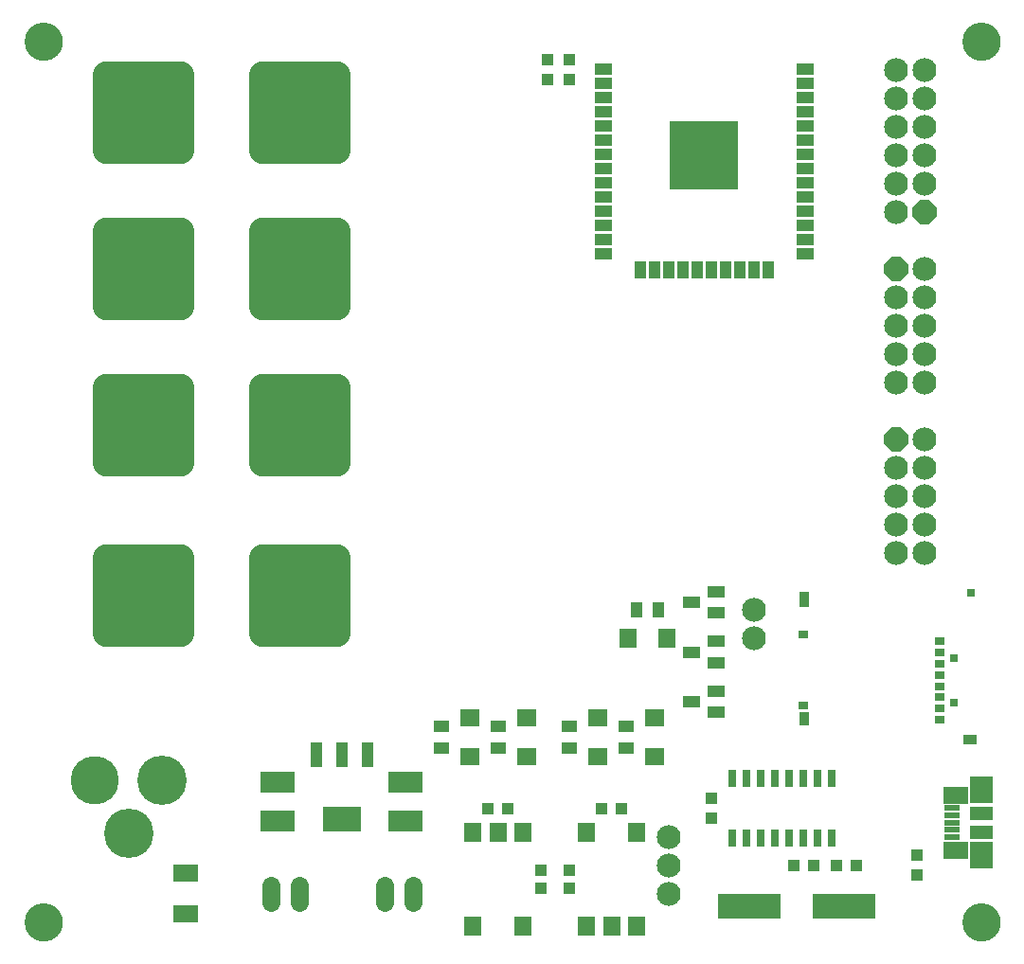
<source format=gts>
G75*
%MOIN*%
%OFA0B0*%
%FSLAX25Y25*%
%IPPOS*%
%LPD*%
%AMOC8*
5,1,8,0,0,1.08239X$1,22.5*
%
%ADD10R,0.04337X0.04337*%
%ADD11C,0.08958*%
%ADD12R,0.12211X0.07487*%
%ADD13R,0.06699X0.06306*%
%ADD14R,0.08983X0.06384*%
%ADD15C,0.17392*%
%ADD16C,0.16998*%
%ADD17R,0.04199X0.04199*%
%ADD18R,0.05518X0.03943*%
%ADD19R,0.05912X0.06699*%
%ADD20R,0.05833X0.02172*%
%ADD21R,0.08668X0.06207*%
%ADD22R,0.07880X0.05026*%
%ADD23R,0.07880X0.09750*%
%ADD24R,0.02900X0.06400*%
%ADD25R,0.06306X0.03943*%
%ADD26R,0.03943X0.06306*%
%ADD27R,0.24022X0.24022*%
%ADD28R,0.13195X0.08865*%
%ADD29R,0.04140X0.08865*%
%ADD30R,0.22447X0.08668*%
%ADD31C,0.00000*%
%ADD32C,0.13392*%
%ADD33R,0.05912X0.04337*%
%ADD34R,0.03943X0.05518*%
%ADD35R,0.06306X0.06699*%
%ADD36OC8,0.08400*%
%ADD37C,0.08400*%
%ADD38C,0.06400*%
%ADD39R,0.03353X0.03156*%
%ADD40R,0.02959X0.03156*%
%ADD41R,0.04928X0.03766*%
%ADD42R,0.03746X0.05124*%
%ADD43R,0.03353X0.02959*%
%ADD44R,0.03746X0.05518*%
D10*
X0200433Y0088933D03*
X0207433Y0088933D03*
X0240433Y0088933D03*
X0247433Y0088933D03*
X0278933Y0085433D03*
X0278933Y0092433D03*
X0307933Y0068933D03*
X0314933Y0068933D03*
X0322933Y0068933D03*
X0329933Y0068933D03*
X0351433Y0065433D03*
X0351433Y0072433D03*
X0228933Y0345433D03*
X0228933Y0352433D03*
X0221433Y0352433D03*
X0221433Y0345433D03*
D11*
X0147370Y0347370D02*
X0120496Y0347370D01*
X0147370Y0347370D02*
X0147370Y0320496D01*
X0120496Y0320496D01*
X0120496Y0347370D01*
X0120496Y0329453D02*
X0147370Y0329453D01*
X0147370Y0338410D02*
X0120496Y0338410D01*
X0120496Y0347367D02*
X0147370Y0347367D01*
X0092370Y0347370D02*
X0065496Y0347370D01*
X0092370Y0347370D02*
X0092370Y0320496D01*
X0065496Y0320496D01*
X0065496Y0347370D01*
X0065496Y0329453D02*
X0092370Y0329453D01*
X0092370Y0338410D02*
X0065496Y0338410D01*
X0065496Y0347367D02*
X0092370Y0347367D01*
X0092370Y0265496D02*
X0065496Y0265496D01*
X0065496Y0292370D01*
X0092370Y0292370D01*
X0092370Y0265496D01*
X0092370Y0274453D02*
X0065496Y0274453D01*
X0065496Y0283410D02*
X0092370Y0283410D01*
X0092370Y0292367D02*
X0065496Y0292367D01*
X0120496Y0265496D02*
X0147370Y0265496D01*
X0120496Y0265496D02*
X0120496Y0292370D01*
X0147370Y0292370D01*
X0147370Y0265496D01*
X0147370Y0274453D02*
X0120496Y0274453D01*
X0120496Y0283410D02*
X0147370Y0283410D01*
X0147370Y0292367D02*
X0120496Y0292367D01*
X0120496Y0210496D02*
X0147370Y0210496D01*
X0120496Y0210496D02*
X0120496Y0237370D01*
X0147370Y0237370D01*
X0147370Y0210496D01*
X0147370Y0219453D02*
X0120496Y0219453D01*
X0120496Y0228410D02*
X0147370Y0228410D01*
X0147370Y0237367D02*
X0120496Y0237367D01*
X0092370Y0210496D02*
X0065496Y0210496D01*
X0065496Y0237370D01*
X0092370Y0237370D01*
X0092370Y0210496D01*
X0092370Y0219453D02*
X0065496Y0219453D01*
X0065496Y0228410D02*
X0092370Y0228410D01*
X0092370Y0237367D02*
X0065496Y0237367D01*
X0065496Y0150496D02*
X0092370Y0150496D01*
X0065496Y0150496D02*
X0065496Y0177370D01*
X0092370Y0177370D01*
X0092370Y0150496D01*
X0092370Y0159453D02*
X0065496Y0159453D01*
X0065496Y0168410D02*
X0092370Y0168410D01*
X0092370Y0177367D02*
X0065496Y0177367D01*
X0120496Y0150496D02*
X0147370Y0150496D01*
X0120496Y0150496D02*
X0120496Y0177370D01*
X0147370Y0177370D01*
X0147370Y0150496D01*
X0147370Y0159453D02*
X0120496Y0159453D01*
X0120496Y0168410D02*
X0147370Y0168410D01*
X0147370Y0177367D02*
X0120496Y0177367D01*
D12*
X0126433Y0098224D03*
X0126433Y0084642D03*
X0171433Y0084642D03*
X0171433Y0098224D03*
D13*
X0193933Y0107043D03*
X0193933Y0120823D03*
X0213933Y0120823D03*
X0213933Y0107043D03*
X0238933Y0107043D03*
X0238933Y0120823D03*
X0258933Y0120823D03*
X0258933Y0107043D03*
D14*
X0093933Y0066138D03*
X0093933Y0051728D03*
D15*
X0073933Y0080035D03*
X0085744Y0098933D03*
D16*
X0062122Y0098933D03*
D17*
X0218933Y0067033D03*
X0218933Y0060833D03*
X0228933Y0060833D03*
X0228933Y0067033D03*
D18*
X0228933Y0110193D03*
X0228933Y0117673D03*
X0248933Y0117673D03*
X0248933Y0110193D03*
X0203933Y0110193D03*
X0203933Y0117673D03*
X0183933Y0117673D03*
X0183933Y0110193D03*
D19*
X0195075Y0080469D03*
X0203933Y0080469D03*
X0212791Y0080469D03*
X0235075Y0080469D03*
X0252791Y0080469D03*
X0252791Y0047398D03*
X0243933Y0047398D03*
X0235075Y0047398D03*
X0212791Y0047398D03*
X0195075Y0047398D03*
D20*
X0363657Y0078815D03*
X0363657Y0081374D03*
X0363657Y0083933D03*
X0363657Y0086492D03*
X0363657Y0089051D03*
D21*
X0364878Y0093628D03*
X0364878Y0074238D03*
D22*
X0373933Y0080636D03*
X0373933Y0087230D03*
D23*
X0373933Y0095400D03*
X0373933Y0072467D03*
D24*
X0321433Y0078323D03*
X0316433Y0078323D03*
X0311433Y0078323D03*
X0306433Y0078323D03*
X0301433Y0078323D03*
X0296433Y0078323D03*
X0291433Y0078323D03*
X0286433Y0078323D03*
X0286433Y0099543D03*
X0291433Y0099543D03*
X0296433Y0099543D03*
X0301433Y0099543D03*
X0306433Y0099543D03*
X0311433Y0099543D03*
X0316433Y0099543D03*
X0321433Y0099543D03*
D25*
X0311866Y0284248D03*
X0311866Y0289248D03*
X0311866Y0294248D03*
X0311866Y0299248D03*
X0311866Y0304248D03*
X0311866Y0309248D03*
X0311866Y0314248D03*
X0311866Y0319248D03*
X0311866Y0324248D03*
X0311866Y0329248D03*
X0311866Y0334248D03*
X0311866Y0339248D03*
X0311866Y0344248D03*
X0311866Y0349248D03*
X0241000Y0349248D03*
X0241000Y0344248D03*
X0241000Y0339248D03*
X0241000Y0334248D03*
X0241000Y0329248D03*
X0241000Y0324248D03*
X0241000Y0319248D03*
X0241000Y0314248D03*
X0241000Y0309248D03*
X0241000Y0304248D03*
X0241000Y0299248D03*
X0241000Y0294248D03*
X0241000Y0289248D03*
X0241000Y0284248D03*
D26*
X0253933Y0278382D03*
X0258933Y0278382D03*
X0263933Y0278382D03*
X0268933Y0278382D03*
X0273933Y0278382D03*
X0278933Y0278382D03*
X0283933Y0278382D03*
X0288933Y0278382D03*
X0293933Y0278382D03*
X0298933Y0278382D03*
D27*
X0276433Y0318933D03*
D28*
X0148933Y0085016D03*
D29*
X0148933Y0107850D03*
X0157988Y0107850D03*
X0139878Y0107850D03*
D30*
X0292201Y0054327D03*
X0325665Y0054327D03*
D31*
X0367437Y0048933D02*
X0367439Y0049094D01*
X0367445Y0049254D01*
X0367455Y0049415D01*
X0367469Y0049575D01*
X0367487Y0049734D01*
X0367508Y0049894D01*
X0367534Y0050052D01*
X0367564Y0050210D01*
X0367597Y0050367D01*
X0367635Y0050524D01*
X0367676Y0050679D01*
X0367721Y0050833D01*
X0367770Y0050986D01*
X0367823Y0051138D01*
X0367879Y0051288D01*
X0367939Y0051437D01*
X0368003Y0051585D01*
X0368070Y0051731D01*
X0368141Y0051875D01*
X0368216Y0052017D01*
X0368294Y0052158D01*
X0368375Y0052296D01*
X0368460Y0052433D01*
X0368549Y0052567D01*
X0368640Y0052699D01*
X0368735Y0052829D01*
X0368833Y0052956D01*
X0368934Y0053081D01*
X0369038Y0053204D01*
X0369145Y0053323D01*
X0369255Y0053440D01*
X0369368Y0053555D01*
X0369484Y0053666D01*
X0369602Y0053775D01*
X0369723Y0053880D01*
X0369847Y0053983D01*
X0369973Y0054083D01*
X0370102Y0054179D01*
X0370233Y0054272D01*
X0370366Y0054362D01*
X0370501Y0054449D01*
X0370639Y0054532D01*
X0370778Y0054611D01*
X0370920Y0054688D01*
X0371063Y0054761D01*
X0371208Y0054830D01*
X0371355Y0054895D01*
X0371503Y0054957D01*
X0371653Y0055016D01*
X0371804Y0055070D01*
X0371956Y0055121D01*
X0372110Y0055168D01*
X0372265Y0055211D01*
X0372420Y0055250D01*
X0372577Y0055286D01*
X0372735Y0055318D01*
X0372893Y0055345D01*
X0373052Y0055369D01*
X0373211Y0055389D01*
X0373371Y0055405D01*
X0373532Y0055417D01*
X0373692Y0055425D01*
X0373853Y0055429D01*
X0374013Y0055429D01*
X0374174Y0055425D01*
X0374334Y0055417D01*
X0374495Y0055405D01*
X0374655Y0055389D01*
X0374814Y0055369D01*
X0374973Y0055345D01*
X0375131Y0055318D01*
X0375289Y0055286D01*
X0375446Y0055250D01*
X0375601Y0055211D01*
X0375756Y0055168D01*
X0375910Y0055121D01*
X0376062Y0055070D01*
X0376213Y0055016D01*
X0376363Y0054957D01*
X0376511Y0054895D01*
X0376658Y0054830D01*
X0376803Y0054761D01*
X0376946Y0054688D01*
X0377088Y0054611D01*
X0377227Y0054532D01*
X0377365Y0054449D01*
X0377500Y0054362D01*
X0377633Y0054272D01*
X0377764Y0054179D01*
X0377893Y0054083D01*
X0378019Y0053983D01*
X0378143Y0053880D01*
X0378264Y0053775D01*
X0378382Y0053666D01*
X0378498Y0053555D01*
X0378611Y0053440D01*
X0378721Y0053323D01*
X0378828Y0053204D01*
X0378932Y0053081D01*
X0379033Y0052956D01*
X0379131Y0052829D01*
X0379226Y0052699D01*
X0379317Y0052567D01*
X0379406Y0052433D01*
X0379491Y0052296D01*
X0379572Y0052158D01*
X0379650Y0052017D01*
X0379725Y0051875D01*
X0379796Y0051731D01*
X0379863Y0051585D01*
X0379927Y0051437D01*
X0379987Y0051288D01*
X0380043Y0051138D01*
X0380096Y0050986D01*
X0380145Y0050833D01*
X0380190Y0050679D01*
X0380231Y0050524D01*
X0380269Y0050367D01*
X0380302Y0050210D01*
X0380332Y0050052D01*
X0380358Y0049894D01*
X0380379Y0049734D01*
X0380397Y0049575D01*
X0380411Y0049415D01*
X0380421Y0049254D01*
X0380427Y0049094D01*
X0380429Y0048933D01*
X0380427Y0048772D01*
X0380421Y0048612D01*
X0380411Y0048451D01*
X0380397Y0048291D01*
X0380379Y0048132D01*
X0380358Y0047972D01*
X0380332Y0047814D01*
X0380302Y0047656D01*
X0380269Y0047499D01*
X0380231Y0047342D01*
X0380190Y0047187D01*
X0380145Y0047033D01*
X0380096Y0046880D01*
X0380043Y0046728D01*
X0379987Y0046578D01*
X0379927Y0046429D01*
X0379863Y0046281D01*
X0379796Y0046135D01*
X0379725Y0045991D01*
X0379650Y0045849D01*
X0379572Y0045708D01*
X0379491Y0045570D01*
X0379406Y0045433D01*
X0379317Y0045299D01*
X0379226Y0045167D01*
X0379131Y0045037D01*
X0379033Y0044910D01*
X0378932Y0044785D01*
X0378828Y0044662D01*
X0378721Y0044543D01*
X0378611Y0044426D01*
X0378498Y0044311D01*
X0378382Y0044200D01*
X0378264Y0044091D01*
X0378143Y0043986D01*
X0378019Y0043883D01*
X0377893Y0043783D01*
X0377764Y0043687D01*
X0377633Y0043594D01*
X0377500Y0043504D01*
X0377365Y0043417D01*
X0377227Y0043334D01*
X0377088Y0043255D01*
X0376946Y0043178D01*
X0376803Y0043105D01*
X0376658Y0043036D01*
X0376511Y0042971D01*
X0376363Y0042909D01*
X0376213Y0042850D01*
X0376062Y0042796D01*
X0375910Y0042745D01*
X0375756Y0042698D01*
X0375601Y0042655D01*
X0375446Y0042616D01*
X0375289Y0042580D01*
X0375131Y0042548D01*
X0374973Y0042521D01*
X0374814Y0042497D01*
X0374655Y0042477D01*
X0374495Y0042461D01*
X0374334Y0042449D01*
X0374174Y0042441D01*
X0374013Y0042437D01*
X0373853Y0042437D01*
X0373692Y0042441D01*
X0373532Y0042449D01*
X0373371Y0042461D01*
X0373211Y0042477D01*
X0373052Y0042497D01*
X0372893Y0042521D01*
X0372735Y0042548D01*
X0372577Y0042580D01*
X0372420Y0042616D01*
X0372265Y0042655D01*
X0372110Y0042698D01*
X0371956Y0042745D01*
X0371804Y0042796D01*
X0371653Y0042850D01*
X0371503Y0042909D01*
X0371355Y0042971D01*
X0371208Y0043036D01*
X0371063Y0043105D01*
X0370920Y0043178D01*
X0370778Y0043255D01*
X0370639Y0043334D01*
X0370501Y0043417D01*
X0370366Y0043504D01*
X0370233Y0043594D01*
X0370102Y0043687D01*
X0369973Y0043783D01*
X0369847Y0043883D01*
X0369723Y0043986D01*
X0369602Y0044091D01*
X0369484Y0044200D01*
X0369368Y0044311D01*
X0369255Y0044426D01*
X0369145Y0044543D01*
X0369038Y0044662D01*
X0368934Y0044785D01*
X0368833Y0044910D01*
X0368735Y0045037D01*
X0368640Y0045167D01*
X0368549Y0045299D01*
X0368460Y0045433D01*
X0368375Y0045570D01*
X0368294Y0045708D01*
X0368216Y0045849D01*
X0368141Y0045991D01*
X0368070Y0046135D01*
X0368003Y0046281D01*
X0367939Y0046429D01*
X0367879Y0046578D01*
X0367823Y0046728D01*
X0367770Y0046880D01*
X0367721Y0047033D01*
X0367676Y0047187D01*
X0367635Y0047342D01*
X0367597Y0047499D01*
X0367564Y0047656D01*
X0367534Y0047814D01*
X0367508Y0047972D01*
X0367487Y0048132D01*
X0367469Y0048291D01*
X0367455Y0048451D01*
X0367445Y0048612D01*
X0367439Y0048772D01*
X0367437Y0048933D01*
X0037437Y0048933D02*
X0037439Y0049094D01*
X0037445Y0049254D01*
X0037455Y0049415D01*
X0037469Y0049575D01*
X0037487Y0049734D01*
X0037508Y0049894D01*
X0037534Y0050052D01*
X0037564Y0050210D01*
X0037597Y0050367D01*
X0037635Y0050524D01*
X0037676Y0050679D01*
X0037721Y0050833D01*
X0037770Y0050986D01*
X0037823Y0051138D01*
X0037879Y0051288D01*
X0037939Y0051437D01*
X0038003Y0051585D01*
X0038070Y0051731D01*
X0038141Y0051875D01*
X0038216Y0052017D01*
X0038294Y0052158D01*
X0038375Y0052296D01*
X0038460Y0052433D01*
X0038549Y0052567D01*
X0038640Y0052699D01*
X0038735Y0052829D01*
X0038833Y0052956D01*
X0038934Y0053081D01*
X0039038Y0053204D01*
X0039145Y0053323D01*
X0039255Y0053440D01*
X0039368Y0053555D01*
X0039484Y0053666D01*
X0039602Y0053775D01*
X0039723Y0053880D01*
X0039847Y0053983D01*
X0039973Y0054083D01*
X0040102Y0054179D01*
X0040233Y0054272D01*
X0040366Y0054362D01*
X0040501Y0054449D01*
X0040639Y0054532D01*
X0040778Y0054611D01*
X0040920Y0054688D01*
X0041063Y0054761D01*
X0041208Y0054830D01*
X0041355Y0054895D01*
X0041503Y0054957D01*
X0041653Y0055016D01*
X0041804Y0055070D01*
X0041956Y0055121D01*
X0042110Y0055168D01*
X0042265Y0055211D01*
X0042420Y0055250D01*
X0042577Y0055286D01*
X0042735Y0055318D01*
X0042893Y0055345D01*
X0043052Y0055369D01*
X0043211Y0055389D01*
X0043371Y0055405D01*
X0043532Y0055417D01*
X0043692Y0055425D01*
X0043853Y0055429D01*
X0044013Y0055429D01*
X0044174Y0055425D01*
X0044334Y0055417D01*
X0044495Y0055405D01*
X0044655Y0055389D01*
X0044814Y0055369D01*
X0044973Y0055345D01*
X0045131Y0055318D01*
X0045289Y0055286D01*
X0045446Y0055250D01*
X0045601Y0055211D01*
X0045756Y0055168D01*
X0045910Y0055121D01*
X0046062Y0055070D01*
X0046213Y0055016D01*
X0046363Y0054957D01*
X0046511Y0054895D01*
X0046658Y0054830D01*
X0046803Y0054761D01*
X0046946Y0054688D01*
X0047088Y0054611D01*
X0047227Y0054532D01*
X0047365Y0054449D01*
X0047500Y0054362D01*
X0047633Y0054272D01*
X0047764Y0054179D01*
X0047893Y0054083D01*
X0048019Y0053983D01*
X0048143Y0053880D01*
X0048264Y0053775D01*
X0048382Y0053666D01*
X0048498Y0053555D01*
X0048611Y0053440D01*
X0048721Y0053323D01*
X0048828Y0053204D01*
X0048932Y0053081D01*
X0049033Y0052956D01*
X0049131Y0052829D01*
X0049226Y0052699D01*
X0049317Y0052567D01*
X0049406Y0052433D01*
X0049491Y0052296D01*
X0049572Y0052158D01*
X0049650Y0052017D01*
X0049725Y0051875D01*
X0049796Y0051731D01*
X0049863Y0051585D01*
X0049927Y0051437D01*
X0049987Y0051288D01*
X0050043Y0051138D01*
X0050096Y0050986D01*
X0050145Y0050833D01*
X0050190Y0050679D01*
X0050231Y0050524D01*
X0050269Y0050367D01*
X0050302Y0050210D01*
X0050332Y0050052D01*
X0050358Y0049894D01*
X0050379Y0049734D01*
X0050397Y0049575D01*
X0050411Y0049415D01*
X0050421Y0049254D01*
X0050427Y0049094D01*
X0050429Y0048933D01*
X0050427Y0048772D01*
X0050421Y0048612D01*
X0050411Y0048451D01*
X0050397Y0048291D01*
X0050379Y0048132D01*
X0050358Y0047972D01*
X0050332Y0047814D01*
X0050302Y0047656D01*
X0050269Y0047499D01*
X0050231Y0047342D01*
X0050190Y0047187D01*
X0050145Y0047033D01*
X0050096Y0046880D01*
X0050043Y0046728D01*
X0049987Y0046578D01*
X0049927Y0046429D01*
X0049863Y0046281D01*
X0049796Y0046135D01*
X0049725Y0045991D01*
X0049650Y0045849D01*
X0049572Y0045708D01*
X0049491Y0045570D01*
X0049406Y0045433D01*
X0049317Y0045299D01*
X0049226Y0045167D01*
X0049131Y0045037D01*
X0049033Y0044910D01*
X0048932Y0044785D01*
X0048828Y0044662D01*
X0048721Y0044543D01*
X0048611Y0044426D01*
X0048498Y0044311D01*
X0048382Y0044200D01*
X0048264Y0044091D01*
X0048143Y0043986D01*
X0048019Y0043883D01*
X0047893Y0043783D01*
X0047764Y0043687D01*
X0047633Y0043594D01*
X0047500Y0043504D01*
X0047365Y0043417D01*
X0047227Y0043334D01*
X0047088Y0043255D01*
X0046946Y0043178D01*
X0046803Y0043105D01*
X0046658Y0043036D01*
X0046511Y0042971D01*
X0046363Y0042909D01*
X0046213Y0042850D01*
X0046062Y0042796D01*
X0045910Y0042745D01*
X0045756Y0042698D01*
X0045601Y0042655D01*
X0045446Y0042616D01*
X0045289Y0042580D01*
X0045131Y0042548D01*
X0044973Y0042521D01*
X0044814Y0042497D01*
X0044655Y0042477D01*
X0044495Y0042461D01*
X0044334Y0042449D01*
X0044174Y0042441D01*
X0044013Y0042437D01*
X0043853Y0042437D01*
X0043692Y0042441D01*
X0043532Y0042449D01*
X0043371Y0042461D01*
X0043211Y0042477D01*
X0043052Y0042497D01*
X0042893Y0042521D01*
X0042735Y0042548D01*
X0042577Y0042580D01*
X0042420Y0042616D01*
X0042265Y0042655D01*
X0042110Y0042698D01*
X0041956Y0042745D01*
X0041804Y0042796D01*
X0041653Y0042850D01*
X0041503Y0042909D01*
X0041355Y0042971D01*
X0041208Y0043036D01*
X0041063Y0043105D01*
X0040920Y0043178D01*
X0040778Y0043255D01*
X0040639Y0043334D01*
X0040501Y0043417D01*
X0040366Y0043504D01*
X0040233Y0043594D01*
X0040102Y0043687D01*
X0039973Y0043783D01*
X0039847Y0043883D01*
X0039723Y0043986D01*
X0039602Y0044091D01*
X0039484Y0044200D01*
X0039368Y0044311D01*
X0039255Y0044426D01*
X0039145Y0044543D01*
X0039038Y0044662D01*
X0038934Y0044785D01*
X0038833Y0044910D01*
X0038735Y0045037D01*
X0038640Y0045167D01*
X0038549Y0045299D01*
X0038460Y0045433D01*
X0038375Y0045570D01*
X0038294Y0045708D01*
X0038216Y0045849D01*
X0038141Y0045991D01*
X0038070Y0046135D01*
X0038003Y0046281D01*
X0037939Y0046429D01*
X0037879Y0046578D01*
X0037823Y0046728D01*
X0037770Y0046880D01*
X0037721Y0047033D01*
X0037676Y0047187D01*
X0037635Y0047342D01*
X0037597Y0047499D01*
X0037564Y0047656D01*
X0037534Y0047814D01*
X0037508Y0047972D01*
X0037487Y0048132D01*
X0037469Y0048291D01*
X0037455Y0048451D01*
X0037445Y0048612D01*
X0037439Y0048772D01*
X0037437Y0048933D01*
X0037437Y0358933D02*
X0037439Y0359094D01*
X0037445Y0359254D01*
X0037455Y0359415D01*
X0037469Y0359575D01*
X0037487Y0359734D01*
X0037508Y0359894D01*
X0037534Y0360052D01*
X0037564Y0360210D01*
X0037597Y0360367D01*
X0037635Y0360524D01*
X0037676Y0360679D01*
X0037721Y0360833D01*
X0037770Y0360986D01*
X0037823Y0361138D01*
X0037879Y0361288D01*
X0037939Y0361437D01*
X0038003Y0361585D01*
X0038070Y0361731D01*
X0038141Y0361875D01*
X0038216Y0362017D01*
X0038294Y0362158D01*
X0038375Y0362296D01*
X0038460Y0362433D01*
X0038549Y0362567D01*
X0038640Y0362699D01*
X0038735Y0362829D01*
X0038833Y0362956D01*
X0038934Y0363081D01*
X0039038Y0363204D01*
X0039145Y0363323D01*
X0039255Y0363440D01*
X0039368Y0363555D01*
X0039484Y0363666D01*
X0039602Y0363775D01*
X0039723Y0363880D01*
X0039847Y0363983D01*
X0039973Y0364083D01*
X0040102Y0364179D01*
X0040233Y0364272D01*
X0040366Y0364362D01*
X0040501Y0364449D01*
X0040639Y0364532D01*
X0040778Y0364611D01*
X0040920Y0364688D01*
X0041063Y0364761D01*
X0041208Y0364830D01*
X0041355Y0364895D01*
X0041503Y0364957D01*
X0041653Y0365016D01*
X0041804Y0365070D01*
X0041956Y0365121D01*
X0042110Y0365168D01*
X0042265Y0365211D01*
X0042420Y0365250D01*
X0042577Y0365286D01*
X0042735Y0365318D01*
X0042893Y0365345D01*
X0043052Y0365369D01*
X0043211Y0365389D01*
X0043371Y0365405D01*
X0043532Y0365417D01*
X0043692Y0365425D01*
X0043853Y0365429D01*
X0044013Y0365429D01*
X0044174Y0365425D01*
X0044334Y0365417D01*
X0044495Y0365405D01*
X0044655Y0365389D01*
X0044814Y0365369D01*
X0044973Y0365345D01*
X0045131Y0365318D01*
X0045289Y0365286D01*
X0045446Y0365250D01*
X0045601Y0365211D01*
X0045756Y0365168D01*
X0045910Y0365121D01*
X0046062Y0365070D01*
X0046213Y0365016D01*
X0046363Y0364957D01*
X0046511Y0364895D01*
X0046658Y0364830D01*
X0046803Y0364761D01*
X0046946Y0364688D01*
X0047088Y0364611D01*
X0047227Y0364532D01*
X0047365Y0364449D01*
X0047500Y0364362D01*
X0047633Y0364272D01*
X0047764Y0364179D01*
X0047893Y0364083D01*
X0048019Y0363983D01*
X0048143Y0363880D01*
X0048264Y0363775D01*
X0048382Y0363666D01*
X0048498Y0363555D01*
X0048611Y0363440D01*
X0048721Y0363323D01*
X0048828Y0363204D01*
X0048932Y0363081D01*
X0049033Y0362956D01*
X0049131Y0362829D01*
X0049226Y0362699D01*
X0049317Y0362567D01*
X0049406Y0362433D01*
X0049491Y0362296D01*
X0049572Y0362158D01*
X0049650Y0362017D01*
X0049725Y0361875D01*
X0049796Y0361731D01*
X0049863Y0361585D01*
X0049927Y0361437D01*
X0049987Y0361288D01*
X0050043Y0361138D01*
X0050096Y0360986D01*
X0050145Y0360833D01*
X0050190Y0360679D01*
X0050231Y0360524D01*
X0050269Y0360367D01*
X0050302Y0360210D01*
X0050332Y0360052D01*
X0050358Y0359894D01*
X0050379Y0359734D01*
X0050397Y0359575D01*
X0050411Y0359415D01*
X0050421Y0359254D01*
X0050427Y0359094D01*
X0050429Y0358933D01*
X0050427Y0358772D01*
X0050421Y0358612D01*
X0050411Y0358451D01*
X0050397Y0358291D01*
X0050379Y0358132D01*
X0050358Y0357972D01*
X0050332Y0357814D01*
X0050302Y0357656D01*
X0050269Y0357499D01*
X0050231Y0357342D01*
X0050190Y0357187D01*
X0050145Y0357033D01*
X0050096Y0356880D01*
X0050043Y0356728D01*
X0049987Y0356578D01*
X0049927Y0356429D01*
X0049863Y0356281D01*
X0049796Y0356135D01*
X0049725Y0355991D01*
X0049650Y0355849D01*
X0049572Y0355708D01*
X0049491Y0355570D01*
X0049406Y0355433D01*
X0049317Y0355299D01*
X0049226Y0355167D01*
X0049131Y0355037D01*
X0049033Y0354910D01*
X0048932Y0354785D01*
X0048828Y0354662D01*
X0048721Y0354543D01*
X0048611Y0354426D01*
X0048498Y0354311D01*
X0048382Y0354200D01*
X0048264Y0354091D01*
X0048143Y0353986D01*
X0048019Y0353883D01*
X0047893Y0353783D01*
X0047764Y0353687D01*
X0047633Y0353594D01*
X0047500Y0353504D01*
X0047365Y0353417D01*
X0047227Y0353334D01*
X0047088Y0353255D01*
X0046946Y0353178D01*
X0046803Y0353105D01*
X0046658Y0353036D01*
X0046511Y0352971D01*
X0046363Y0352909D01*
X0046213Y0352850D01*
X0046062Y0352796D01*
X0045910Y0352745D01*
X0045756Y0352698D01*
X0045601Y0352655D01*
X0045446Y0352616D01*
X0045289Y0352580D01*
X0045131Y0352548D01*
X0044973Y0352521D01*
X0044814Y0352497D01*
X0044655Y0352477D01*
X0044495Y0352461D01*
X0044334Y0352449D01*
X0044174Y0352441D01*
X0044013Y0352437D01*
X0043853Y0352437D01*
X0043692Y0352441D01*
X0043532Y0352449D01*
X0043371Y0352461D01*
X0043211Y0352477D01*
X0043052Y0352497D01*
X0042893Y0352521D01*
X0042735Y0352548D01*
X0042577Y0352580D01*
X0042420Y0352616D01*
X0042265Y0352655D01*
X0042110Y0352698D01*
X0041956Y0352745D01*
X0041804Y0352796D01*
X0041653Y0352850D01*
X0041503Y0352909D01*
X0041355Y0352971D01*
X0041208Y0353036D01*
X0041063Y0353105D01*
X0040920Y0353178D01*
X0040778Y0353255D01*
X0040639Y0353334D01*
X0040501Y0353417D01*
X0040366Y0353504D01*
X0040233Y0353594D01*
X0040102Y0353687D01*
X0039973Y0353783D01*
X0039847Y0353883D01*
X0039723Y0353986D01*
X0039602Y0354091D01*
X0039484Y0354200D01*
X0039368Y0354311D01*
X0039255Y0354426D01*
X0039145Y0354543D01*
X0039038Y0354662D01*
X0038934Y0354785D01*
X0038833Y0354910D01*
X0038735Y0355037D01*
X0038640Y0355167D01*
X0038549Y0355299D01*
X0038460Y0355433D01*
X0038375Y0355570D01*
X0038294Y0355708D01*
X0038216Y0355849D01*
X0038141Y0355991D01*
X0038070Y0356135D01*
X0038003Y0356281D01*
X0037939Y0356429D01*
X0037879Y0356578D01*
X0037823Y0356728D01*
X0037770Y0356880D01*
X0037721Y0357033D01*
X0037676Y0357187D01*
X0037635Y0357342D01*
X0037597Y0357499D01*
X0037564Y0357656D01*
X0037534Y0357814D01*
X0037508Y0357972D01*
X0037487Y0358132D01*
X0037469Y0358291D01*
X0037455Y0358451D01*
X0037445Y0358612D01*
X0037439Y0358772D01*
X0037437Y0358933D01*
X0367437Y0358933D02*
X0367439Y0359094D01*
X0367445Y0359254D01*
X0367455Y0359415D01*
X0367469Y0359575D01*
X0367487Y0359734D01*
X0367508Y0359894D01*
X0367534Y0360052D01*
X0367564Y0360210D01*
X0367597Y0360367D01*
X0367635Y0360524D01*
X0367676Y0360679D01*
X0367721Y0360833D01*
X0367770Y0360986D01*
X0367823Y0361138D01*
X0367879Y0361288D01*
X0367939Y0361437D01*
X0368003Y0361585D01*
X0368070Y0361731D01*
X0368141Y0361875D01*
X0368216Y0362017D01*
X0368294Y0362158D01*
X0368375Y0362296D01*
X0368460Y0362433D01*
X0368549Y0362567D01*
X0368640Y0362699D01*
X0368735Y0362829D01*
X0368833Y0362956D01*
X0368934Y0363081D01*
X0369038Y0363204D01*
X0369145Y0363323D01*
X0369255Y0363440D01*
X0369368Y0363555D01*
X0369484Y0363666D01*
X0369602Y0363775D01*
X0369723Y0363880D01*
X0369847Y0363983D01*
X0369973Y0364083D01*
X0370102Y0364179D01*
X0370233Y0364272D01*
X0370366Y0364362D01*
X0370501Y0364449D01*
X0370639Y0364532D01*
X0370778Y0364611D01*
X0370920Y0364688D01*
X0371063Y0364761D01*
X0371208Y0364830D01*
X0371355Y0364895D01*
X0371503Y0364957D01*
X0371653Y0365016D01*
X0371804Y0365070D01*
X0371956Y0365121D01*
X0372110Y0365168D01*
X0372265Y0365211D01*
X0372420Y0365250D01*
X0372577Y0365286D01*
X0372735Y0365318D01*
X0372893Y0365345D01*
X0373052Y0365369D01*
X0373211Y0365389D01*
X0373371Y0365405D01*
X0373532Y0365417D01*
X0373692Y0365425D01*
X0373853Y0365429D01*
X0374013Y0365429D01*
X0374174Y0365425D01*
X0374334Y0365417D01*
X0374495Y0365405D01*
X0374655Y0365389D01*
X0374814Y0365369D01*
X0374973Y0365345D01*
X0375131Y0365318D01*
X0375289Y0365286D01*
X0375446Y0365250D01*
X0375601Y0365211D01*
X0375756Y0365168D01*
X0375910Y0365121D01*
X0376062Y0365070D01*
X0376213Y0365016D01*
X0376363Y0364957D01*
X0376511Y0364895D01*
X0376658Y0364830D01*
X0376803Y0364761D01*
X0376946Y0364688D01*
X0377088Y0364611D01*
X0377227Y0364532D01*
X0377365Y0364449D01*
X0377500Y0364362D01*
X0377633Y0364272D01*
X0377764Y0364179D01*
X0377893Y0364083D01*
X0378019Y0363983D01*
X0378143Y0363880D01*
X0378264Y0363775D01*
X0378382Y0363666D01*
X0378498Y0363555D01*
X0378611Y0363440D01*
X0378721Y0363323D01*
X0378828Y0363204D01*
X0378932Y0363081D01*
X0379033Y0362956D01*
X0379131Y0362829D01*
X0379226Y0362699D01*
X0379317Y0362567D01*
X0379406Y0362433D01*
X0379491Y0362296D01*
X0379572Y0362158D01*
X0379650Y0362017D01*
X0379725Y0361875D01*
X0379796Y0361731D01*
X0379863Y0361585D01*
X0379927Y0361437D01*
X0379987Y0361288D01*
X0380043Y0361138D01*
X0380096Y0360986D01*
X0380145Y0360833D01*
X0380190Y0360679D01*
X0380231Y0360524D01*
X0380269Y0360367D01*
X0380302Y0360210D01*
X0380332Y0360052D01*
X0380358Y0359894D01*
X0380379Y0359734D01*
X0380397Y0359575D01*
X0380411Y0359415D01*
X0380421Y0359254D01*
X0380427Y0359094D01*
X0380429Y0358933D01*
X0380427Y0358772D01*
X0380421Y0358612D01*
X0380411Y0358451D01*
X0380397Y0358291D01*
X0380379Y0358132D01*
X0380358Y0357972D01*
X0380332Y0357814D01*
X0380302Y0357656D01*
X0380269Y0357499D01*
X0380231Y0357342D01*
X0380190Y0357187D01*
X0380145Y0357033D01*
X0380096Y0356880D01*
X0380043Y0356728D01*
X0379987Y0356578D01*
X0379927Y0356429D01*
X0379863Y0356281D01*
X0379796Y0356135D01*
X0379725Y0355991D01*
X0379650Y0355849D01*
X0379572Y0355708D01*
X0379491Y0355570D01*
X0379406Y0355433D01*
X0379317Y0355299D01*
X0379226Y0355167D01*
X0379131Y0355037D01*
X0379033Y0354910D01*
X0378932Y0354785D01*
X0378828Y0354662D01*
X0378721Y0354543D01*
X0378611Y0354426D01*
X0378498Y0354311D01*
X0378382Y0354200D01*
X0378264Y0354091D01*
X0378143Y0353986D01*
X0378019Y0353883D01*
X0377893Y0353783D01*
X0377764Y0353687D01*
X0377633Y0353594D01*
X0377500Y0353504D01*
X0377365Y0353417D01*
X0377227Y0353334D01*
X0377088Y0353255D01*
X0376946Y0353178D01*
X0376803Y0353105D01*
X0376658Y0353036D01*
X0376511Y0352971D01*
X0376363Y0352909D01*
X0376213Y0352850D01*
X0376062Y0352796D01*
X0375910Y0352745D01*
X0375756Y0352698D01*
X0375601Y0352655D01*
X0375446Y0352616D01*
X0375289Y0352580D01*
X0375131Y0352548D01*
X0374973Y0352521D01*
X0374814Y0352497D01*
X0374655Y0352477D01*
X0374495Y0352461D01*
X0374334Y0352449D01*
X0374174Y0352441D01*
X0374013Y0352437D01*
X0373853Y0352437D01*
X0373692Y0352441D01*
X0373532Y0352449D01*
X0373371Y0352461D01*
X0373211Y0352477D01*
X0373052Y0352497D01*
X0372893Y0352521D01*
X0372735Y0352548D01*
X0372577Y0352580D01*
X0372420Y0352616D01*
X0372265Y0352655D01*
X0372110Y0352698D01*
X0371956Y0352745D01*
X0371804Y0352796D01*
X0371653Y0352850D01*
X0371503Y0352909D01*
X0371355Y0352971D01*
X0371208Y0353036D01*
X0371063Y0353105D01*
X0370920Y0353178D01*
X0370778Y0353255D01*
X0370639Y0353334D01*
X0370501Y0353417D01*
X0370366Y0353504D01*
X0370233Y0353594D01*
X0370102Y0353687D01*
X0369973Y0353783D01*
X0369847Y0353883D01*
X0369723Y0353986D01*
X0369602Y0354091D01*
X0369484Y0354200D01*
X0369368Y0354311D01*
X0369255Y0354426D01*
X0369145Y0354543D01*
X0369038Y0354662D01*
X0368934Y0354785D01*
X0368833Y0354910D01*
X0368735Y0355037D01*
X0368640Y0355167D01*
X0368549Y0355299D01*
X0368460Y0355433D01*
X0368375Y0355570D01*
X0368294Y0355708D01*
X0368216Y0355849D01*
X0368141Y0355991D01*
X0368070Y0356135D01*
X0368003Y0356281D01*
X0367939Y0356429D01*
X0367879Y0356578D01*
X0367823Y0356728D01*
X0367770Y0356880D01*
X0367721Y0357033D01*
X0367676Y0357187D01*
X0367635Y0357342D01*
X0367597Y0357499D01*
X0367564Y0357656D01*
X0367534Y0357814D01*
X0367508Y0357972D01*
X0367487Y0358132D01*
X0367469Y0358291D01*
X0367455Y0358451D01*
X0367445Y0358612D01*
X0367439Y0358772D01*
X0367437Y0358933D01*
D32*
X0043933Y0048933D03*
X0043933Y0358933D03*
X0373933Y0358933D03*
X0373933Y0048933D03*
D33*
X0280764Y0122693D03*
X0280764Y0130173D03*
X0280764Y0140193D03*
X0280764Y0147673D03*
X0272102Y0143933D03*
X0280764Y0157693D03*
X0280764Y0165173D03*
X0272102Y0161433D03*
X0272102Y0126433D03*
D34*
X0260173Y0158933D03*
X0252693Y0158933D03*
D35*
X0249543Y0148933D03*
X0263323Y0148933D03*
D36*
X0343933Y0218933D03*
X0343933Y0278933D03*
X0353933Y0298933D03*
D37*
X0343933Y0298933D03*
X0343933Y0308933D03*
X0343933Y0318933D03*
X0343933Y0328933D03*
X0343933Y0338933D03*
X0343933Y0348933D03*
X0353933Y0348933D03*
X0353933Y0338933D03*
X0353933Y0328933D03*
X0353933Y0318933D03*
X0353933Y0308933D03*
X0353933Y0278933D03*
X0353933Y0268933D03*
X0353933Y0258933D03*
X0353933Y0248933D03*
X0353933Y0238933D03*
X0343933Y0238933D03*
X0343933Y0248933D03*
X0343933Y0258933D03*
X0343933Y0268933D03*
X0353933Y0218933D03*
X0353933Y0208933D03*
X0353933Y0198933D03*
X0353933Y0188933D03*
X0353933Y0178933D03*
X0343933Y0178933D03*
X0343933Y0188933D03*
X0343933Y0198933D03*
X0343933Y0208933D03*
X0293933Y0158933D03*
X0293933Y0148933D03*
X0263933Y0078933D03*
X0263933Y0068933D03*
X0263933Y0058933D03*
D38*
X0173933Y0055933D02*
X0173933Y0061933D01*
X0163933Y0061933D02*
X0163933Y0055933D01*
X0133933Y0055933D02*
X0133933Y0061933D01*
X0123933Y0061933D02*
X0123933Y0055933D01*
D39*
X0359425Y0120134D03*
X0359425Y0124071D03*
X0359425Y0128008D03*
X0359425Y0131945D03*
X0359425Y0135882D03*
X0359425Y0139819D03*
X0359425Y0143756D03*
X0359425Y0147693D03*
D40*
X0364150Y0141787D03*
X0364150Y0126039D03*
X0370252Y0164819D03*
D41*
X0370055Y0113283D03*
D42*
X0311591Y0120380D03*
D43*
X0311394Y0125252D03*
X0311394Y0150252D03*
D44*
X0311591Y0162604D03*
M02*

</source>
